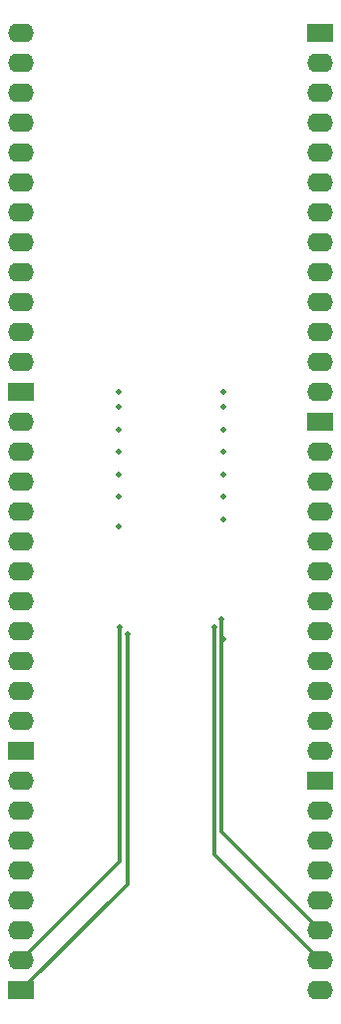
<source format=gbr>
G04 --- HEADER BEGIN --- *
%TF.GenerationSoftware,LibrePCB,LibrePCB,0.1.5*%
%TF.CreationDate,2020-12-27T00:53:52*%
%TF.ProjectId,bob_ddr_sdram_4m16b - default,91b37e6c-9424-4871-8535-6cfacb37efd9,v1*%
%TF.Part,Single*%
%FSLAX66Y66*%
%MOMM*%
G01*
G74*
G04 --- HEADER END --- *
G04 --- APERTURE LIST BEGIN --- *
%ADD10O,2.19X1.587*%
%ADD11R,2.19X1.587*%
%ADD12C,0.5*%
%ADD13C,0.01*%
%ADD14C,0.33*%
G04 --- APERTURE LIST END --- *
G04 --- BOARD BEGIN --- *
D10*
X26670000Y34290000D03*
X26670000Y44450000D03*
D11*
X26670000Y49530000D03*
D10*
X26670000Y39370000D03*
X26670000Y31750000D03*
X26670000Y21590000D03*
X26670000Y26670000D03*
X26670000Y41910000D03*
X26670000Y46990000D03*
X26670000Y29210000D03*
X26670000Y24130000D03*
X26670000Y36830000D03*
X26670000Y57150000D03*
X26670000Y62230000D03*
D11*
X26670000Y82550000D03*
D10*
X26670000Y77470000D03*
X26670000Y74930000D03*
X26670000Y54610000D03*
X26670000Y52070000D03*
X26670000Y72390000D03*
X26670000Y59690000D03*
X26670000Y69850000D03*
X26670000Y80010000D03*
X26670000Y67310000D03*
X26670000Y64770000D03*
X1270000Y36830000D03*
X1270000Y26670000D03*
D11*
X1270000Y21590000D03*
D10*
X1270000Y31750000D03*
X1270000Y39370000D03*
X1270000Y49530000D03*
X1270000Y44450000D03*
X1270000Y29210000D03*
X1270000Y24130000D03*
X1270000Y41910000D03*
X1270000Y46990000D03*
X1270000Y34290000D03*
X26670000Y1270000D03*
X26670000Y8890000D03*
X26670000Y6350000D03*
D11*
X26670000Y19050000D03*
D10*
X26670000Y16510000D03*
X26670000Y3810000D03*
X26670000Y13970000D03*
X26670000Y11430000D03*
X1270000Y19050000D03*
X1270000Y11430000D03*
X1270000Y13970000D03*
D11*
X1270000Y1270000D03*
D10*
X1270000Y3810000D03*
X1270000Y16510000D03*
X1270000Y6350000D03*
X1270000Y8890000D03*
X1270000Y77470000D03*
X1270000Y72390000D03*
D11*
X1270000Y52070000D03*
D10*
X1270000Y57150000D03*
X1270000Y59690000D03*
X1270000Y80010000D03*
X1270000Y82550000D03*
X1270000Y62230000D03*
X1270000Y74930000D03*
X1270000Y64770000D03*
X1270000Y54610000D03*
X1270000Y67310000D03*
X1270000Y69850000D03*
D12*
X17653000Y32131000D03*
X9525000Y43180000D03*
X18415000Y41275000D03*
X9525000Y48895000D03*
X9525000Y45085000D03*
X18415000Y45085000D03*
D13*
X20955000Y63500000D03*
D12*
X18415000Y52070000D03*
X18415000Y50800000D03*
X9525000Y40640000D03*
X9525000Y52070000D03*
X9525000Y50800000D03*
X9652000Y32131000D03*
X18288000Y32766000D03*
X18415000Y48895000D03*
X18415000Y31115000D03*
X9525000Y46990000D03*
X18415000Y43180000D03*
X18415000Y46990000D03*
X10287000Y31496000D03*
D14*
X17653000Y32131000D02*
X17653000Y12827000D01*
X17653000Y12827000D02*
X26670000Y3810000D01*
X9652000Y12192000D02*
X1270000Y3810000D01*
X9652000Y32131000D02*
X9652000Y12192000D01*
X18288000Y32766000D02*
X18288000Y14732000D01*
X18288000Y14732000D02*
X26670000Y6350000D01*
X10287000Y10287000D02*
X1270000Y1270000D01*
X10287000Y31496000D02*
X10287000Y10287000D01*
G04 --- BOARD END --- *
%TF.MD5,6cbece4ab476ff9975b7189b210bc948*%
M02*

</source>
